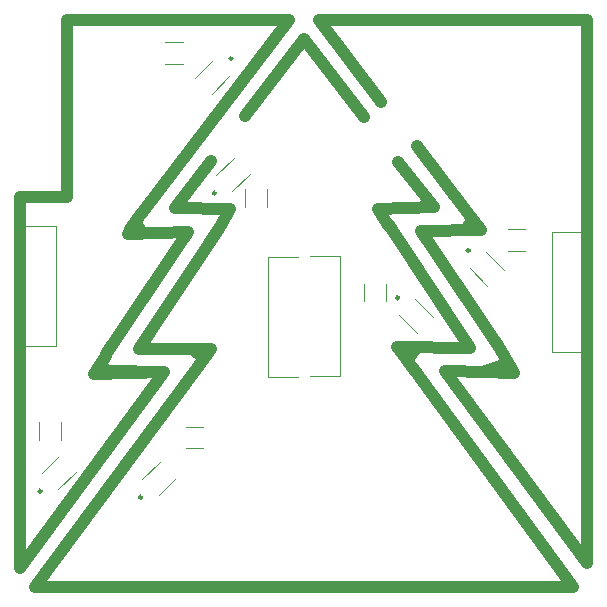
<source format=gbo>
G04*
G04 #@! TF.GenerationSoftware,Altium Limited,Altium Designer,23.1.1 (15)*
G04*
G04 Layer_Color=32896*
%FSLAX23Y23*%
%MOIN*%
G70*
G04*
G04 #@! TF.SameCoordinates,7DB063E5-64DA-4751-B351-23BD0CB7D004*
G04*
G04*
G04 #@! TF.FilePolarity,Positive*
G04*
G01*
G75*
%ADD10C,0.010*%
%ADD11C,0.000*%
%ADD12C,0.039*%
D10*
X406Y302D02*
G03*
X406Y302I-5J0D01*
G01*
X71Y322D02*
G03*
X71Y322I-5J0D01*
G01*
X707Y1765D02*
G03*
X707Y1765I-5J0D01*
G01*
X1498Y1125D02*
G03*
X1498Y1125I-5J0D01*
G01*
X652Y1316D02*
G03*
X652Y1316I-5J0D01*
G01*
X1262Y967D02*
G03*
X1262Y967I-5J0D01*
G01*
D11*
X461Y308D02*
X519Y366D01*
X406Y362D02*
X465Y421D01*
X551Y537D02*
X610D01*
X551Y465D02*
X610D01*
X0Y1299D02*
X157D01*
X1624Y1197D02*
X1683D01*
X1317Y962D02*
X1375Y903D01*
X1263Y908D02*
X1321Y849D01*
X652Y1376D02*
X711Y1434D01*
X707Y1322D02*
X765Y1380D01*
X964Y707D02*
X1064D01*
Y1107D01*
X964D02*
X1064D01*
X826Y704D02*
X926D01*
X826D02*
Y1104D01*
X926D01*
X1219Y955D02*
Y1014D01*
X1146Y955D02*
Y1014D01*
X750Y1270D02*
Y1329D01*
X823Y1270D02*
Y1329D01*
X72Y382D02*
X130Y441D01*
X126Y328D02*
X185Y386D01*
X638Y1646D02*
X696Y1705D01*
X583Y1701D02*
X642Y1759D01*
X1553Y1119D02*
X1611Y1061D01*
X1499Y1065D02*
X1557Y1007D01*
X19Y1206D02*
X119D01*
Y806D02*
Y1206D01*
X19Y806D02*
X119D01*
X1771Y1186D02*
X1871D01*
X1771Y786D02*
Y1186D01*
Y786D02*
X1871D01*
X136Y493D02*
Y553D01*
X63Y493D02*
Y553D01*
X482Y1819D02*
X541D01*
X482Y1746D02*
X541D01*
X1624Y1124D02*
X1683D01*
X47Y6D02*
X1841Y0D01*
X1890Y1890D02*
X1891Y75D01*
X1004Y1890D02*
X1890D01*
X157Y1299D02*
Y1890D01*
D12*
X945Y1829D02*
X1146Y1569D01*
X750Y1574D02*
X945Y1829D01*
X515Y1265D02*
X635Y1423D01*
X1260Y1421D02*
X1379Y1269D01*
X1309Y732D02*
X1841Y4D01*
X1229Y1208D02*
X1500Y800D01*
X394Y796D02*
X665Y1204D01*
X49Y4D02*
X581Y722D01*
X1191Y1264D02*
X1379Y1269D01*
X1191Y1264D02*
X1227Y1210D01*
X515Y1265D02*
X699Y1264D01*
X665Y1204D02*
X699Y1264D01*
X394Y796D02*
X626Y795D01*
X581Y722D02*
X634Y795D01*
X1268Y787D02*
X1315Y724D01*
X1256Y803D02*
X1268Y787D01*
X1256Y803D02*
X1500Y800D01*
X49Y4D02*
X1841D01*
X1299Y773D02*
X1318Y796D01*
X582Y788D02*
X606Y768D01*
X404Y1249D02*
X894Y1894D01*
X287Y779D02*
X559Y1186D01*
X0Y67D02*
X479Y718D01*
X0Y67D02*
Y1303D01*
X157D01*
Y1894D01*
X894D01*
X996D02*
X1890D01*
Y83D02*
Y1894D01*
X1415Y722D02*
X1890Y83D01*
X1415Y722D02*
X1555Y720D01*
X1335Y1190D02*
X1594Y803D01*
X1323Y1473D02*
X1489Y1253D01*
X996Y1894D02*
X1203Y1620D01*
X1335Y1190D02*
X1535Y1193D01*
X1489Y1253D02*
X1535Y1193D01*
X1491Y1207D02*
X1512Y1223D01*
X1594Y803D02*
X1642Y724D01*
X1543Y720D02*
X1646Y717D01*
X1543Y720D02*
X1608Y742D01*
X366Y1197D02*
X403Y1247D01*
X358Y1181D02*
X559Y1186D01*
X390Y1209D02*
X406Y1185D01*
X252Y724D02*
X284Y774D01*
X244Y713D02*
X479Y718D01*
X300Y723D02*
X479Y718D01*
X276Y740D02*
X287Y720D01*
M02*

</source>
